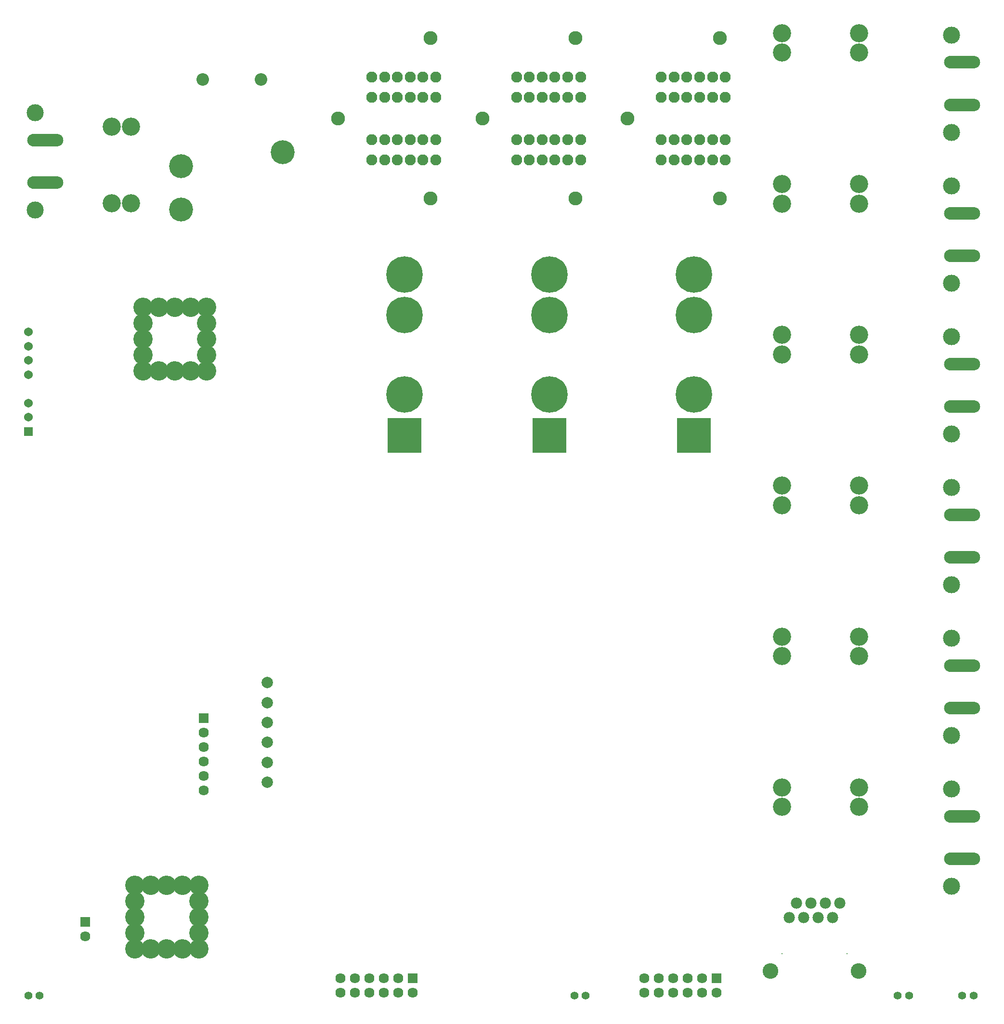
<source format=gbs>
G04*
G04 #@! TF.GenerationSoftware,Altium Limited,Altium Designer,22.9.1 (49)*
G04*
G04 Layer_Color=16711935*
%FSLAX25Y25*%
%MOIN*%
G70*
G04*
G04 #@! TF.SameCoordinates,1352E451-E4B0-43B6-A2DF-F84851EB9EC6*
G04*
G04*
G04 #@! TF.FilePolarity,Negative*
G04*
G01*
G75*
%ADD54R,0.07060X0.07060*%
%ADD55C,0.07060*%
%ADD56C,0.12611*%
G04:AMPARAMS|DCode=57|XSize=250.13mil|YSize=86.74mil|CornerRadius=43.37mil|HoleSize=0mil|Usage=FLASHONLY|Rotation=0.000|XOffset=0mil|YOffset=0mil|HoleType=Round|Shape=RoundedRectangle|*
%AMROUNDEDRECTD57*
21,1,0.25013,0.00000,0,0,0.0*
21,1,0.16339,0.08674,0,0,0.0*
1,1,0.08674,0.08169,0.00000*
1,1,0.08674,-0.08169,0.00000*
1,1,0.08674,-0.08169,0.00000*
1,1,0.08674,0.08169,0.00000*
%
%ADD57ROUNDEDRECTD57*%
%ADD58C,0.11811*%
%ADD59C,0.07800*%
%ADD60C,0.10800*%
%ADD61C,0.00800*%
%ADD62C,0.16548*%
%ADD63C,0.08674*%
%ADD64C,0.25210*%
%ADD65R,0.23635X0.24422*%
%ADD66R,0.06064X0.06064*%
%ADD67C,0.06064*%
%ADD68C,0.07887*%
%ADD69R,0.07060X0.07060*%
%ADD70C,0.05524*%
%ADD71C,0.07690*%
%ADD72C,0.09646*%
%ADD73C,0.13398*%
D54*
X57461Y65118D02*
D03*
X139413Y206240D02*
D03*
D55*
X57461Y55118D02*
D03*
X139413Y196240D02*
D03*
Y186240D02*
D03*
Y176240D02*
D03*
Y166240D02*
D03*
Y156240D02*
D03*
X494468Y16261D02*
D03*
X484469Y26261D02*
D03*
Y16261D02*
D03*
X474469Y26261D02*
D03*
Y16261D02*
D03*
X464468Y26261D02*
D03*
Y16261D02*
D03*
X454468Y26261D02*
D03*
Y16261D02*
D03*
X444468Y26261D02*
D03*
Y16261D02*
D03*
X284284D02*
D03*
X274284Y26261D02*
D03*
Y16261D02*
D03*
X264284Y26261D02*
D03*
Y16261D02*
D03*
X254284Y26261D02*
D03*
Y16261D02*
D03*
X244284Y26261D02*
D03*
Y16261D02*
D03*
X234284Y26261D02*
D03*
Y16261D02*
D03*
D56*
X539994Y158330D02*
D03*
Y144944D02*
D03*
X593144D02*
D03*
Y158330D02*
D03*
Y367031D02*
D03*
Y353645D02*
D03*
X539994D02*
D03*
Y367031D02*
D03*
X593144Y262680D02*
D03*
Y249295D02*
D03*
X539994D02*
D03*
Y262680D02*
D03*
X593144Y471382D02*
D03*
Y457996D02*
D03*
X539994D02*
D03*
Y471382D02*
D03*
X593144Y575732D02*
D03*
Y562346D02*
D03*
X539994D02*
D03*
Y575732D02*
D03*
X75886Y615531D02*
D03*
X89272D02*
D03*
Y562382D02*
D03*
X75886D02*
D03*
X539994Y680083D02*
D03*
Y666697D02*
D03*
X593144D02*
D03*
Y680083D02*
D03*
D57*
X664363Y346972D02*
D03*
Y317484D02*
D03*
Y451323D02*
D03*
Y421834D02*
D03*
Y242621D02*
D03*
Y213133D02*
D03*
Y138271D02*
D03*
Y108783D02*
D03*
Y555673D02*
D03*
Y526185D02*
D03*
X29901Y606220D02*
D03*
Y576732D02*
D03*
X664363Y630535D02*
D03*
Y660023D02*
D03*
D58*
X657257Y365869D02*
D03*
Y298586D02*
D03*
Y470220D02*
D03*
Y402937D02*
D03*
Y261519D02*
D03*
Y194236D02*
D03*
Y157168D02*
D03*
Y89885D02*
D03*
Y574571D02*
D03*
Y507287D02*
D03*
X22795Y625118D02*
D03*
Y557835D02*
D03*
X657257Y611638D02*
D03*
Y678921D02*
D03*
D59*
X544773Y68022D02*
D03*
X549773Y78022D02*
D03*
X554773Y68022D02*
D03*
X559773Y78022D02*
D03*
X564773Y68022D02*
D03*
X569773Y78022D02*
D03*
X574773Y68022D02*
D03*
X579773Y78022D02*
D03*
D60*
X531781Y31014D02*
D03*
X592765D02*
D03*
D61*
X584773Y43022D02*
D03*
X539773D02*
D03*
D62*
X123996Y588071D02*
D03*
Y558149D02*
D03*
X194075Y597913D02*
D03*
D63*
X138957Y648307D02*
D03*
X179114D02*
D03*
D64*
X278493Y513106D02*
D03*
Y485036D02*
D03*
Y430036D02*
D03*
X378848D02*
D03*
Y485036D02*
D03*
Y513106D02*
D03*
X479008Y430036D02*
D03*
Y485036D02*
D03*
Y513106D02*
D03*
D65*
X278493Y401965D02*
D03*
X378848D02*
D03*
X479008D02*
D03*
D66*
X18090Y404512D02*
D03*
D67*
Y414354D02*
D03*
Y424197D02*
D03*
Y443882D02*
D03*
Y453724D02*
D03*
Y463567D02*
D03*
Y473409D02*
D03*
D68*
X183445Y161791D02*
D03*
Y175571D02*
D03*
Y189350D02*
D03*
Y203130D02*
D03*
Y216909D02*
D03*
Y230689D02*
D03*
D69*
X494468Y26261D02*
D03*
X284284D02*
D03*
D70*
X627718Y14153D02*
D03*
X619844D02*
D03*
X396043D02*
D03*
X403917D02*
D03*
X672419D02*
D03*
X664545D02*
D03*
X25964D02*
D03*
X18090D02*
D03*
D71*
X456280Y592673D02*
D03*
Y606453D02*
D03*
X465138Y592673D02*
D03*
Y606453D02*
D03*
X473996Y592673D02*
D03*
Y606453D02*
D03*
X482854Y592673D02*
D03*
Y606453D02*
D03*
X491713Y592673D02*
D03*
Y606453D02*
D03*
X500571Y592673D02*
D03*
Y606453D02*
D03*
X456280Y635980D02*
D03*
Y649760D02*
D03*
X465138Y635980D02*
D03*
Y649760D02*
D03*
X473996Y635980D02*
D03*
Y649760D02*
D03*
X482854Y635980D02*
D03*
Y649760D02*
D03*
X491713Y635980D02*
D03*
Y649760D02*
D03*
X500571Y635980D02*
D03*
Y649760D02*
D03*
X356053Y592673D02*
D03*
Y606453D02*
D03*
X364911Y592673D02*
D03*
Y606453D02*
D03*
X373770Y592673D02*
D03*
Y606453D02*
D03*
X382628Y592673D02*
D03*
Y606453D02*
D03*
X391486Y592673D02*
D03*
Y606453D02*
D03*
X400345Y592673D02*
D03*
Y606453D02*
D03*
X356053Y635980D02*
D03*
Y649760D02*
D03*
X364911Y635980D02*
D03*
Y649760D02*
D03*
X373770Y635980D02*
D03*
Y649760D02*
D03*
X382628Y635980D02*
D03*
Y649760D02*
D03*
X391486Y635980D02*
D03*
Y649760D02*
D03*
X400345Y635980D02*
D03*
Y649760D02*
D03*
X300118D02*
D03*
Y635980D02*
D03*
X291260Y649760D02*
D03*
Y635980D02*
D03*
X282401Y649760D02*
D03*
Y635980D02*
D03*
X273543Y649760D02*
D03*
Y635980D02*
D03*
X264685Y649760D02*
D03*
Y635980D02*
D03*
X255827Y649760D02*
D03*
Y635980D02*
D03*
X300118Y606453D02*
D03*
Y592673D02*
D03*
X291260Y606453D02*
D03*
Y592673D02*
D03*
X282401Y606453D02*
D03*
Y592673D02*
D03*
X273543Y606453D02*
D03*
Y592673D02*
D03*
X264685Y606453D02*
D03*
Y592673D02*
D03*
X255827Y606453D02*
D03*
Y592673D02*
D03*
D72*
X496909Y565705D02*
D03*
Y676728D02*
D03*
X432815Y621216D02*
D03*
X396683Y565705D02*
D03*
Y676728D02*
D03*
X332589Y621216D02*
D03*
X232362D02*
D03*
X296457Y676728D02*
D03*
Y565705D02*
D03*
D73*
X91932Y90611D02*
D03*
X102955D02*
D03*
X113979D02*
D03*
X125003D02*
D03*
X136026D02*
D03*
Y79588D02*
D03*
Y68564D02*
D03*
Y57540D02*
D03*
Y46517D02*
D03*
X125003D02*
D03*
X113979D02*
D03*
X102955D02*
D03*
X91932D02*
D03*
Y57540D02*
D03*
Y68564D02*
D03*
Y79588D02*
D03*
X97539Y490551D02*
D03*
X108563D02*
D03*
X119587D02*
D03*
X130610D02*
D03*
X141634D02*
D03*
Y479528D02*
D03*
Y468504D02*
D03*
Y457480D02*
D03*
Y446457D02*
D03*
X130610D02*
D03*
X119587D02*
D03*
X108563D02*
D03*
X97539D02*
D03*
Y457480D02*
D03*
Y468504D02*
D03*
Y479528D02*
D03*
M02*

</source>
